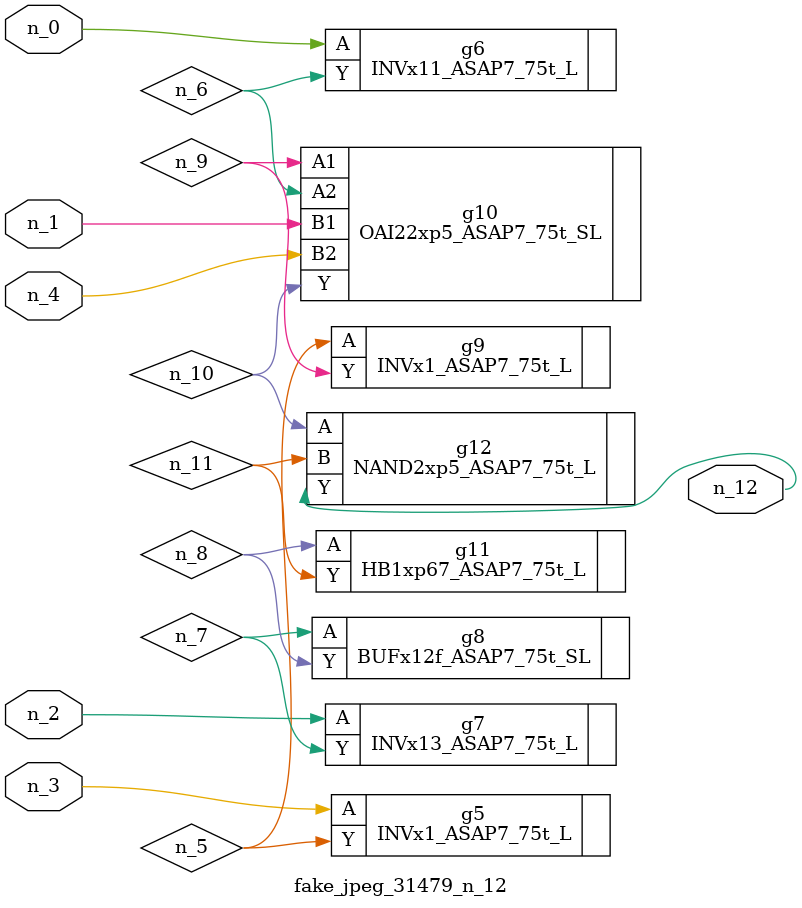
<source format=v>
module fake_jpeg_31479_n_12 (n_3, n_2, n_1, n_0, n_4, n_12);

input n_3;
input n_2;
input n_1;
input n_0;
input n_4;

output n_12;

wire n_11;
wire n_10;
wire n_8;
wire n_9;
wire n_6;
wire n_5;
wire n_7;

INVx1_ASAP7_75t_L g5 ( 
.A(n_3),
.Y(n_5)
);

INVx11_ASAP7_75t_L g6 ( 
.A(n_0),
.Y(n_6)
);

INVx13_ASAP7_75t_L g7 ( 
.A(n_2),
.Y(n_7)
);

BUFx12f_ASAP7_75t_SL g8 ( 
.A(n_7),
.Y(n_8)
);

HB1xp67_ASAP7_75t_L g11 ( 
.A(n_8),
.Y(n_11)
);

INVx1_ASAP7_75t_L g9 ( 
.A(n_5),
.Y(n_9)
);

OAI22xp5_ASAP7_75t_SL g10 ( 
.A1(n_9),
.A2(n_6),
.B1(n_1),
.B2(n_4),
.Y(n_10)
);

NAND2xp5_ASAP7_75t_L g12 ( 
.A(n_10),
.B(n_11),
.Y(n_12)
);


endmodule
</source>
